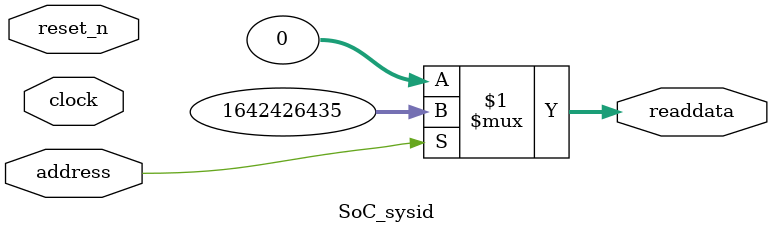
<source format=v>

`timescale 1ns / 1ps
// synthesis translate_on

// turn off superfluous verilog processor warnings 
// altera message_level Level1 
// altera message_off 10034 10035 10036 10037 10230 10240 10030 

module SoC_sysid (
               // inputs:
                address,
                clock,
                reset_n,

               // outputs:
                readdata
             )
;

  output  [ 31: 0] readdata;
  input            address;
  input            clock;
  input            reset_n;

  wire    [ 31: 0] readdata;
  //control_slave, which is an e_avalon_slave
  assign readdata = address ? 1642426435 : 0;

endmodule




</source>
